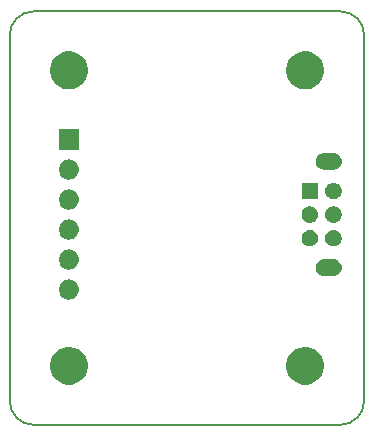
<source format=gbr>
G04 #@! TF.GenerationSoftware,KiCad,Pcbnew,5.1.2-f72e74a~84~ubuntu19.04.1*
G04 #@! TF.CreationDate,2019-06-20T20:35:49+03:00*
G04 #@! TF.ProjectId,GB-BRK-LINK-B,47422d42-524b-42d4-9c49-4e4b2d422e6b,v1.0*
G04 #@! TF.SameCoordinates,Original*
G04 #@! TF.FileFunction,Soldermask,Bot*
G04 #@! TF.FilePolarity,Negative*
%FSLAX46Y46*%
G04 Gerber Fmt 4.6, Leading zero omitted, Abs format (unit mm)*
G04 Created by KiCad (PCBNEW 5.1.2-f72e74a~84~ubuntu19.04.1) date 2019-06-20 20:35:49*
%MOMM*%
%LPD*%
G04 APERTURE LIST*
%ADD10C,0.150000*%
%ADD11C,0.100000*%
G04 APERTURE END LIST*
D10*
X52000000Y-85000000D02*
G75*
G02X50000000Y-83000000I0J2000000D01*
G01*
X80000000Y-83000000D02*
G75*
G02X78000000Y-85000000I-2000000J0D01*
G01*
X78000000Y-50000000D02*
G75*
G02X80000000Y-52000000I0J-2000000D01*
G01*
X50000000Y-52000000D02*
G75*
G02X52000000Y-50000000I2000000J0D01*
G01*
X52000000Y-85000000D02*
X78000000Y-85000000D01*
X80000000Y-52000000D02*
X80000000Y-83000000D01*
X52000000Y-50000000D02*
X78000000Y-50000000D01*
X50000000Y-52000000D02*
X50000000Y-83000000D01*
D11*
G36*
X75466703Y-78461487D02*
G01*
X75466705Y-78461488D01*
X75466706Y-78461488D01*
X75757884Y-78582098D01*
X76019941Y-78757199D01*
X76242801Y-78980059D01*
X76417902Y-79242116D01*
X76538512Y-79533294D01*
X76600000Y-79842416D01*
X76600000Y-80157584D01*
X76538512Y-80466706D01*
X76417902Y-80757884D01*
X76242801Y-81019941D01*
X76019941Y-81242801D01*
X75757884Y-81417902D01*
X75466706Y-81538512D01*
X75466705Y-81538512D01*
X75466703Y-81538513D01*
X75157586Y-81600000D01*
X74842414Y-81600000D01*
X74533297Y-81538513D01*
X74533295Y-81538512D01*
X74533294Y-81538512D01*
X74242116Y-81417902D01*
X73980059Y-81242801D01*
X73757199Y-81019941D01*
X73582098Y-80757884D01*
X73461488Y-80466706D01*
X73400000Y-80157584D01*
X73400000Y-79842416D01*
X73461488Y-79533294D01*
X73582098Y-79242116D01*
X73757199Y-78980059D01*
X73980059Y-78757199D01*
X74242116Y-78582098D01*
X74533294Y-78461488D01*
X74533295Y-78461488D01*
X74533297Y-78461487D01*
X74842414Y-78400000D01*
X75157586Y-78400000D01*
X75466703Y-78461487D01*
X75466703Y-78461487D01*
G37*
G36*
X55466703Y-78461487D02*
G01*
X55466705Y-78461488D01*
X55466706Y-78461488D01*
X55757884Y-78582098D01*
X56019941Y-78757199D01*
X56242801Y-78980059D01*
X56417902Y-79242116D01*
X56538512Y-79533294D01*
X56600000Y-79842416D01*
X56600000Y-80157584D01*
X56538512Y-80466706D01*
X56417902Y-80757884D01*
X56242801Y-81019941D01*
X56019941Y-81242801D01*
X55757884Y-81417902D01*
X55466706Y-81538512D01*
X55466705Y-81538512D01*
X55466703Y-81538513D01*
X55157586Y-81600000D01*
X54842414Y-81600000D01*
X54533297Y-81538513D01*
X54533295Y-81538512D01*
X54533294Y-81538512D01*
X54242116Y-81417902D01*
X53980059Y-81242801D01*
X53757199Y-81019941D01*
X53582098Y-80757884D01*
X53461488Y-80466706D01*
X53400000Y-80157584D01*
X53400000Y-79842416D01*
X53461488Y-79533294D01*
X53582098Y-79242116D01*
X53757199Y-78980059D01*
X53980059Y-78757199D01*
X54242116Y-78582098D01*
X54533294Y-78461488D01*
X54533295Y-78461488D01*
X54533297Y-78461487D01*
X54842414Y-78400000D01*
X55157586Y-78400000D01*
X55466703Y-78461487D01*
X55466703Y-78461487D01*
G37*
G36*
X55166627Y-72712299D02*
G01*
X55326856Y-72760903D01*
X55474519Y-72839830D01*
X55603949Y-72946051D01*
X55710170Y-73075481D01*
X55789097Y-73223144D01*
X55837702Y-73383373D01*
X55854113Y-73550000D01*
X55837702Y-73716627D01*
X55789097Y-73876856D01*
X55710170Y-74024519D01*
X55603949Y-74153949D01*
X55474519Y-74260170D01*
X55326856Y-74339097D01*
X55166627Y-74387701D01*
X55041757Y-74400000D01*
X54958243Y-74400000D01*
X54833373Y-74387701D01*
X54673144Y-74339097D01*
X54525481Y-74260170D01*
X54396051Y-74153949D01*
X54289830Y-74024519D01*
X54210903Y-73876856D01*
X54162298Y-73716627D01*
X54145887Y-73550000D01*
X54162298Y-73383373D01*
X54210903Y-73223144D01*
X54289830Y-73075481D01*
X54396051Y-72946051D01*
X54525481Y-72839830D01*
X54673144Y-72760903D01*
X54833373Y-72712299D01*
X54958243Y-72700000D01*
X55041757Y-72700000D01*
X55166627Y-72712299D01*
X55166627Y-72712299D01*
G37*
G36*
X77537224Y-71010128D02*
G01*
X77669175Y-71050155D01*
X77752154Y-71094508D01*
X77790780Y-71115154D01*
X77790782Y-71115155D01*
X77790781Y-71115155D01*
X77897370Y-71202630D01*
X77984845Y-71309219D01*
X78049845Y-71430825D01*
X78089872Y-71562776D01*
X78103387Y-71700000D01*
X78089872Y-71837224D01*
X78049845Y-71969175D01*
X77984845Y-72090781D01*
X77897370Y-72197370D01*
X77800337Y-72277003D01*
X77790780Y-72284846D01*
X77752154Y-72305492D01*
X77669175Y-72349845D01*
X77537224Y-72389872D01*
X77434390Y-72400000D01*
X76565610Y-72400000D01*
X76462776Y-72389872D01*
X76330825Y-72349845D01*
X76247846Y-72305492D01*
X76209220Y-72284846D01*
X76199663Y-72277003D01*
X76102630Y-72197370D01*
X76015155Y-72090781D01*
X75950155Y-71969175D01*
X75910128Y-71837224D01*
X75896613Y-71700000D01*
X75910128Y-71562776D01*
X75950155Y-71430825D01*
X76015155Y-71309219D01*
X76102630Y-71202630D01*
X76209219Y-71115155D01*
X76209218Y-71115155D01*
X76209220Y-71115154D01*
X76247846Y-71094508D01*
X76330825Y-71050155D01*
X76462776Y-71010128D01*
X76565610Y-71000000D01*
X77434390Y-71000000D01*
X77537224Y-71010128D01*
X77537224Y-71010128D01*
G37*
G36*
X55166627Y-70172299D02*
G01*
X55326856Y-70220903D01*
X55474519Y-70299830D01*
X55603949Y-70406051D01*
X55710170Y-70535481D01*
X55789097Y-70683144D01*
X55837702Y-70843373D01*
X55854113Y-71010000D01*
X55837702Y-71176627D01*
X55789097Y-71336856D01*
X55710170Y-71484519D01*
X55603949Y-71613949D01*
X55474519Y-71720170D01*
X55326856Y-71799097D01*
X55166627Y-71847701D01*
X55041757Y-71860000D01*
X54958243Y-71860000D01*
X54833373Y-71847701D01*
X54673144Y-71799097D01*
X54525481Y-71720170D01*
X54396051Y-71613949D01*
X54289830Y-71484519D01*
X54210903Y-71336856D01*
X54162298Y-71176627D01*
X54145887Y-71010000D01*
X54162298Y-70843373D01*
X54210903Y-70683144D01*
X54289830Y-70535481D01*
X54396051Y-70406051D01*
X54525481Y-70299830D01*
X54673144Y-70220903D01*
X54833373Y-70172299D01*
X54958243Y-70160000D01*
X55041757Y-70160000D01*
X55166627Y-70172299D01*
X55166627Y-70172299D01*
G37*
G36*
X77523039Y-68510760D02*
G01*
X77604185Y-68526901D01*
X77731576Y-68579669D01*
X77846223Y-68656273D01*
X77943727Y-68753777D01*
X78020331Y-68868424D01*
X78073099Y-68995815D01*
X78100000Y-69131058D01*
X78100000Y-69268942D01*
X78073099Y-69404185D01*
X78020331Y-69531576D01*
X77943727Y-69646223D01*
X77846223Y-69743727D01*
X77731576Y-69820331D01*
X77604185Y-69873099D01*
X77523039Y-69889240D01*
X77468944Y-69900000D01*
X77331056Y-69900000D01*
X77276961Y-69889240D01*
X77195815Y-69873099D01*
X77068424Y-69820331D01*
X76953777Y-69743727D01*
X76856273Y-69646223D01*
X76779669Y-69531576D01*
X76726901Y-69404185D01*
X76700000Y-69268942D01*
X76700000Y-69131058D01*
X76726901Y-68995815D01*
X76779669Y-68868424D01*
X76856273Y-68753777D01*
X76953777Y-68656273D01*
X77068424Y-68579669D01*
X77195815Y-68526901D01*
X77276961Y-68510760D01*
X77331056Y-68500000D01*
X77468944Y-68500000D01*
X77523039Y-68510760D01*
X77523039Y-68510760D01*
G37*
G36*
X75523039Y-68510760D02*
G01*
X75604185Y-68526901D01*
X75731576Y-68579669D01*
X75846223Y-68656273D01*
X75943727Y-68753777D01*
X76020331Y-68868424D01*
X76073099Y-68995815D01*
X76100000Y-69131058D01*
X76100000Y-69268942D01*
X76073099Y-69404185D01*
X76020331Y-69531576D01*
X75943727Y-69646223D01*
X75846223Y-69743727D01*
X75731576Y-69820331D01*
X75604185Y-69873099D01*
X75523039Y-69889240D01*
X75468944Y-69900000D01*
X75331056Y-69900000D01*
X75276961Y-69889240D01*
X75195815Y-69873099D01*
X75068424Y-69820331D01*
X74953777Y-69743727D01*
X74856273Y-69646223D01*
X74779669Y-69531576D01*
X74726901Y-69404185D01*
X74700000Y-69268942D01*
X74700000Y-69131058D01*
X74726901Y-68995815D01*
X74779669Y-68868424D01*
X74856273Y-68753777D01*
X74953777Y-68656273D01*
X75068424Y-68579669D01*
X75195815Y-68526901D01*
X75276961Y-68510760D01*
X75331056Y-68500000D01*
X75468944Y-68500000D01*
X75523039Y-68510760D01*
X75523039Y-68510760D01*
G37*
G36*
X55166627Y-67632299D02*
G01*
X55326856Y-67680903D01*
X55474519Y-67759830D01*
X55603949Y-67866051D01*
X55710170Y-67995481D01*
X55789097Y-68143144D01*
X55837702Y-68303373D01*
X55854113Y-68470000D01*
X55837702Y-68636627D01*
X55789097Y-68796856D01*
X55710170Y-68944519D01*
X55603949Y-69073949D01*
X55474519Y-69180170D01*
X55326856Y-69259097D01*
X55166627Y-69307701D01*
X55041757Y-69320000D01*
X54958243Y-69320000D01*
X54833373Y-69307701D01*
X54673144Y-69259097D01*
X54525481Y-69180170D01*
X54396051Y-69073949D01*
X54289830Y-68944519D01*
X54210903Y-68796856D01*
X54162298Y-68636627D01*
X54145887Y-68470000D01*
X54162298Y-68303373D01*
X54210903Y-68143144D01*
X54289830Y-67995481D01*
X54396051Y-67866051D01*
X54525481Y-67759830D01*
X54673144Y-67680903D01*
X54833373Y-67632299D01*
X54958243Y-67620000D01*
X55041757Y-67620000D01*
X55166627Y-67632299D01*
X55166627Y-67632299D01*
G37*
G36*
X75523039Y-66510760D02*
G01*
X75604185Y-66526901D01*
X75731576Y-66579669D01*
X75846223Y-66656273D01*
X75943727Y-66753777D01*
X76020331Y-66868424D01*
X76073099Y-66995815D01*
X76100000Y-67131058D01*
X76100000Y-67268942D01*
X76073099Y-67404185D01*
X76020331Y-67531576D01*
X75943727Y-67646223D01*
X75846223Y-67743727D01*
X75731576Y-67820331D01*
X75604185Y-67873099D01*
X75523039Y-67889240D01*
X75468944Y-67900000D01*
X75331056Y-67900000D01*
X75276961Y-67889240D01*
X75195815Y-67873099D01*
X75068424Y-67820331D01*
X74953777Y-67743727D01*
X74856273Y-67646223D01*
X74779669Y-67531576D01*
X74726901Y-67404185D01*
X74700000Y-67268942D01*
X74700000Y-67131058D01*
X74726901Y-66995815D01*
X74779669Y-66868424D01*
X74856273Y-66753777D01*
X74953777Y-66656273D01*
X75068424Y-66579669D01*
X75195815Y-66526901D01*
X75276961Y-66510760D01*
X75331056Y-66500000D01*
X75468944Y-66500000D01*
X75523039Y-66510760D01*
X75523039Y-66510760D01*
G37*
G36*
X77523039Y-66510760D02*
G01*
X77604185Y-66526901D01*
X77731576Y-66579669D01*
X77846223Y-66656273D01*
X77943727Y-66753777D01*
X78020331Y-66868424D01*
X78073099Y-66995815D01*
X78100000Y-67131058D01*
X78100000Y-67268942D01*
X78073099Y-67404185D01*
X78020331Y-67531576D01*
X77943727Y-67646223D01*
X77846223Y-67743727D01*
X77731576Y-67820331D01*
X77604185Y-67873099D01*
X77523039Y-67889240D01*
X77468944Y-67900000D01*
X77331056Y-67900000D01*
X77276961Y-67889240D01*
X77195815Y-67873099D01*
X77068424Y-67820331D01*
X76953777Y-67743727D01*
X76856273Y-67646223D01*
X76779669Y-67531576D01*
X76726901Y-67404185D01*
X76700000Y-67268942D01*
X76700000Y-67131058D01*
X76726901Y-66995815D01*
X76779669Y-66868424D01*
X76856273Y-66753777D01*
X76953777Y-66656273D01*
X77068424Y-66579669D01*
X77195815Y-66526901D01*
X77276961Y-66510760D01*
X77331056Y-66500000D01*
X77468944Y-66500000D01*
X77523039Y-66510760D01*
X77523039Y-66510760D01*
G37*
G36*
X55166627Y-65092299D02*
G01*
X55326856Y-65140903D01*
X55474519Y-65219830D01*
X55603949Y-65326051D01*
X55710170Y-65455481D01*
X55789097Y-65603144D01*
X55837702Y-65763373D01*
X55854113Y-65930000D01*
X55837702Y-66096627D01*
X55789097Y-66256856D01*
X55710170Y-66404519D01*
X55603949Y-66533949D01*
X55474519Y-66640170D01*
X55326856Y-66719097D01*
X55166627Y-66767701D01*
X55041757Y-66780000D01*
X54958243Y-66780000D01*
X54833373Y-66767701D01*
X54673144Y-66719097D01*
X54525481Y-66640170D01*
X54396051Y-66533949D01*
X54289830Y-66404519D01*
X54210903Y-66256856D01*
X54162298Y-66096627D01*
X54145887Y-65930000D01*
X54162298Y-65763373D01*
X54210903Y-65603144D01*
X54289830Y-65455481D01*
X54396051Y-65326051D01*
X54525481Y-65219830D01*
X54673144Y-65140903D01*
X54833373Y-65092299D01*
X54958243Y-65080000D01*
X55041757Y-65080000D01*
X55166627Y-65092299D01*
X55166627Y-65092299D01*
G37*
G36*
X76100000Y-65900000D02*
G01*
X74700000Y-65900000D01*
X74700000Y-64500000D01*
X76100000Y-64500000D01*
X76100000Y-65900000D01*
X76100000Y-65900000D01*
G37*
G36*
X77523039Y-64510760D02*
G01*
X77604185Y-64526901D01*
X77731576Y-64579669D01*
X77846223Y-64656273D01*
X77943727Y-64753777D01*
X78020331Y-64868424D01*
X78073099Y-64995815D01*
X78100000Y-65131058D01*
X78100000Y-65268942D01*
X78073099Y-65404185D01*
X78020331Y-65531576D01*
X77943727Y-65646223D01*
X77846223Y-65743727D01*
X77731576Y-65820331D01*
X77604185Y-65873099D01*
X77523039Y-65889240D01*
X77468944Y-65900000D01*
X77331056Y-65900000D01*
X77276961Y-65889240D01*
X77195815Y-65873099D01*
X77068424Y-65820331D01*
X76953777Y-65743727D01*
X76856273Y-65646223D01*
X76779669Y-65531576D01*
X76726901Y-65404185D01*
X76700000Y-65268942D01*
X76700000Y-65131058D01*
X76726901Y-64995815D01*
X76779669Y-64868424D01*
X76856273Y-64753777D01*
X76953777Y-64656273D01*
X77068424Y-64579669D01*
X77195815Y-64526901D01*
X77276961Y-64510760D01*
X77331056Y-64500000D01*
X77468944Y-64500000D01*
X77523039Y-64510760D01*
X77523039Y-64510760D01*
G37*
G36*
X55166627Y-62552299D02*
G01*
X55326856Y-62600903D01*
X55474519Y-62679830D01*
X55603949Y-62786051D01*
X55710170Y-62915481D01*
X55789097Y-63063144D01*
X55837702Y-63223373D01*
X55854113Y-63390000D01*
X55837702Y-63556627D01*
X55789097Y-63716856D01*
X55710170Y-63864519D01*
X55603949Y-63993949D01*
X55474519Y-64100170D01*
X55326856Y-64179097D01*
X55166627Y-64227701D01*
X55041757Y-64240000D01*
X54958243Y-64240000D01*
X54833373Y-64227701D01*
X54673144Y-64179097D01*
X54525481Y-64100170D01*
X54396051Y-63993949D01*
X54289830Y-63864519D01*
X54210903Y-63716856D01*
X54162298Y-63556627D01*
X54145887Y-63390000D01*
X54162298Y-63223373D01*
X54210903Y-63063144D01*
X54289830Y-62915481D01*
X54396051Y-62786051D01*
X54525481Y-62679830D01*
X54673144Y-62600903D01*
X54833373Y-62552299D01*
X54958243Y-62540000D01*
X55041757Y-62540000D01*
X55166627Y-62552299D01*
X55166627Y-62552299D01*
G37*
G36*
X77537224Y-62010128D02*
G01*
X77669175Y-62050155D01*
X77752154Y-62094508D01*
X77790780Y-62115154D01*
X77790782Y-62115155D01*
X77790781Y-62115155D01*
X77897370Y-62202630D01*
X77984845Y-62309219D01*
X78049845Y-62430825D01*
X78089872Y-62562776D01*
X78103387Y-62700000D01*
X78089872Y-62837224D01*
X78049845Y-62969175D01*
X77984845Y-63090781D01*
X77897370Y-63197370D01*
X77800337Y-63277003D01*
X77790780Y-63284846D01*
X77752154Y-63305492D01*
X77669175Y-63349845D01*
X77537224Y-63389872D01*
X77434390Y-63400000D01*
X76565610Y-63400000D01*
X76462776Y-63389872D01*
X76330825Y-63349845D01*
X76247846Y-63305492D01*
X76209220Y-63284846D01*
X76199663Y-63277003D01*
X76102630Y-63197370D01*
X76015155Y-63090781D01*
X75950155Y-62969175D01*
X75910128Y-62837224D01*
X75896613Y-62700000D01*
X75910128Y-62562776D01*
X75950155Y-62430825D01*
X76015155Y-62309219D01*
X76102630Y-62202630D01*
X76209219Y-62115155D01*
X76209218Y-62115155D01*
X76209220Y-62115154D01*
X76247846Y-62094508D01*
X76330825Y-62050155D01*
X76462776Y-62010128D01*
X76565610Y-62000000D01*
X77434390Y-62000000D01*
X77537224Y-62010128D01*
X77537224Y-62010128D01*
G37*
G36*
X55850000Y-61700000D02*
G01*
X54150000Y-61700000D01*
X54150000Y-60000000D01*
X55850000Y-60000000D01*
X55850000Y-61700000D01*
X55850000Y-61700000D01*
G37*
G36*
X55466703Y-53461487D02*
G01*
X55466705Y-53461488D01*
X55466706Y-53461488D01*
X55757884Y-53582098D01*
X56019941Y-53757199D01*
X56242801Y-53980059D01*
X56417902Y-54242116D01*
X56538512Y-54533294D01*
X56600000Y-54842416D01*
X56600000Y-55157584D01*
X56538512Y-55466706D01*
X56417902Y-55757884D01*
X56242801Y-56019941D01*
X56019941Y-56242801D01*
X55757884Y-56417902D01*
X55466706Y-56538512D01*
X55466705Y-56538512D01*
X55466703Y-56538513D01*
X55157586Y-56600000D01*
X54842414Y-56600000D01*
X54533297Y-56538513D01*
X54533295Y-56538512D01*
X54533294Y-56538512D01*
X54242116Y-56417902D01*
X53980059Y-56242801D01*
X53757199Y-56019941D01*
X53582098Y-55757884D01*
X53461488Y-55466706D01*
X53400000Y-55157584D01*
X53400000Y-54842416D01*
X53461488Y-54533294D01*
X53582098Y-54242116D01*
X53757199Y-53980059D01*
X53980059Y-53757199D01*
X54242116Y-53582098D01*
X54533294Y-53461488D01*
X54533295Y-53461488D01*
X54533297Y-53461487D01*
X54842414Y-53400000D01*
X55157586Y-53400000D01*
X55466703Y-53461487D01*
X55466703Y-53461487D01*
G37*
G36*
X75466703Y-53461487D02*
G01*
X75466705Y-53461488D01*
X75466706Y-53461488D01*
X75757884Y-53582098D01*
X76019941Y-53757199D01*
X76242801Y-53980059D01*
X76417902Y-54242116D01*
X76538512Y-54533294D01*
X76600000Y-54842416D01*
X76600000Y-55157584D01*
X76538512Y-55466706D01*
X76417902Y-55757884D01*
X76242801Y-56019941D01*
X76019941Y-56242801D01*
X75757884Y-56417902D01*
X75466706Y-56538512D01*
X75466705Y-56538512D01*
X75466703Y-56538513D01*
X75157586Y-56600000D01*
X74842414Y-56600000D01*
X74533297Y-56538513D01*
X74533295Y-56538512D01*
X74533294Y-56538512D01*
X74242116Y-56417902D01*
X73980059Y-56242801D01*
X73757199Y-56019941D01*
X73582098Y-55757884D01*
X73461488Y-55466706D01*
X73400000Y-55157584D01*
X73400000Y-54842416D01*
X73461488Y-54533294D01*
X73582098Y-54242116D01*
X73757199Y-53980059D01*
X73980059Y-53757199D01*
X74242116Y-53582098D01*
X74533294Y-53461488D01*
X74533295Y-53461488D01*
X74533297Y-53461487D01*
X74842414Y-53400000D01*
X75157586Y-53400000D01*
X75466703Y-53461487D01*
X75466703Y-53461487D01*
G37*
M02*

</source>
